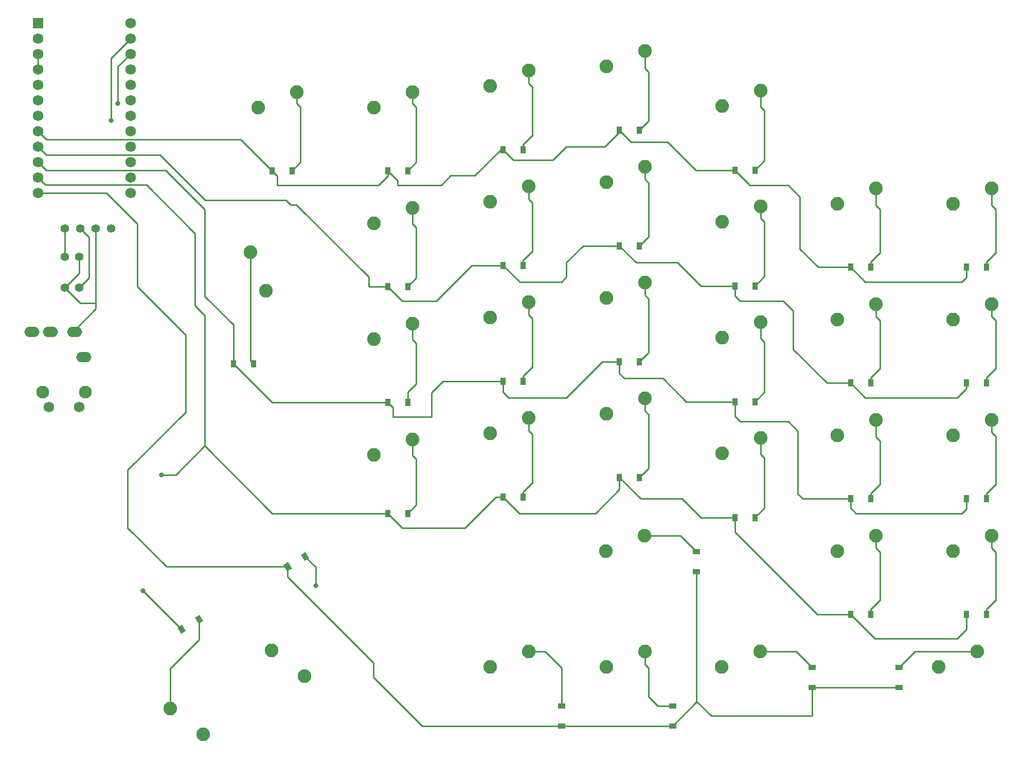
<source format=gbl>
G04 #@! TF.GenerationSoftware,KiCad,Pcbnew,5.1.10*
G04 #@! TF.CreationDate,2021-07-25T23:07:30-04:00*
G04 #@! TF.ProjectId,v04_right,7630345f-7269-4676-9874-2e6b69636164,rev?*
G04 #@! TF.SameCoordinates,Original*
G04 #@! TF.FileFunction,Copper,L2,Bot*
G04 #@! TF.FilePolarity,Positive*
%FSLAX46Y46*%
G04 Gerber Fmt 4.6, Leading zero omitted, Abs format (unit mm)*
G04 Created by KiCad (PCBNEW 5.1.10) date 2021-07-25 23:07:30*
%MOMM*%
%LPD*%
G01*
G04 APERTURE LIST*
G04 #@! TA.AperFunction,ComponentPad*
%ADD10O,2.500000X1.700000*%
G04 #@! TD*
G04 #@! TA.AperFunction,ComponentPad*
%ADD11C,2.100000*%
G04 #@! TD*
G04 #@! TA.AperFunction,ComponentPad*
%ADD12C,1.750000*%
G04 #@! TD*
G04 #@! TA.AperFunction,ComponentPad*
%ADD13C,2.250000*%
G04 #@! TD*
G04 #@! TA.AperFunction,SMDPad,CuDef*
%ADD14C,0.100000*%
G04 #@! TD*
G04 #@! TA.AperFunction,SMDPad,CuDef*
%ADD15R,1.200000X0.900000*%
G04 #@! TD*
G04 #@! TA.AperFunction,SMDPad,CuDef*
%ADD16R,0.900000X1.200000*%
G04 #@! TD*
G04 #@! TA.AperFunction,ComponentPad*
%ADD17C,1.397000*%
G04 #@! TD*
G04 #@! TA.AperFunction,ComponentPad*
%ADD18R,1.752600X1.752600*%
G04 #@! TD*
G04 #@! TA.AperFunction,ComponentPad*
%ADD19C,1.752600*%
G04 #@! TD*
G04 #@! TA.AperFunction,ViaPad*
%ADD20C,0.800000*%
G04 #@! TD*
G04 #@! TA.AperFunction,Conductor*
%ADD21C,0.250000*%
G04 #@! TD*
G04 APERTURE END LIST*
D10*
X-174731250Y-82268750D03*
X-176231250Y-78068750D03*
X-180231250Y-78068750D03*
X-183231250Y-78068750D03*
D11*
X-174418750Y-87997500D03*
D12*
X-175418750Y-90487500D03*
X-180418750Y-90487500D03*
D11*
X-181428750Y-87997500D03*
D13*
X-101490000Y-73197500D03*
X-107840000Y-75737500D03*
X-101435000Y-130651250D03*
X-107785000Y-133191250D03*
X-82385000Y-111601250D03*
X-88735000Y-114141250D03*
X-63335000Y-130651250D03*
X-69685000Y-133191250D03*
X-63303750Y-95578000D03*
X-69653750Y-98118000D03*
X-63303750Y-76528000D03*
X-69653750Y-79068000D03*
X-63303750Y-38428000D03*
X-69653750Y-40968000D03*
X-25241250Y-111601250D03*
X-31591250Y-114141250D03*
X-27622500Y-130651250D03*
X-33972500Y-133191250D03*
G04 #@! TA.AperFunction,SMDPad,CuDef*
D14*
G36*
X-138360769Y-115807115D02*
G01*
X-138960769Y-114767885D01*
X-138181347Y-114317885D01*
X-137581347Y-115357115D01*
X-138360769Y-115807115D01*
G37*
G04 #@! TD.AperFunction*
G04 #@! TA.AperFunction,SMDPad,CuDef*
G36*
X-141218653Y-117457115D02*
G01*
X-141818653Y-116417885D01*
X-141039231Y-115967885D01*
X-140439231Y-117007115D01*
X-141218653Y-117457115D01*
G37*
G04 #@! TD.AperFunction*
D15*
X-96043750Y-139637500D03*
X-96043750Y-142937500D03*
X-77787500Y-139637500D03*
X-77787500Y-142937500D03*
X-73818750Y-114237500D03*
X-73818750Y-117537500D03*
X-54768750Y-133287500D03*
X-54768750Y-136587500D03*
X-40481250Y-133287500D03*
X-40481250Y-136587500D03*
G04 #@! TA.AperFunction,SMDPad,CuDef*
D14*
G36*
X-155823269Y-126125865D02*
G01*
X-156423269Y-125086635D01*
X-155643847Y-124636635D01*
X-155043847Y-125675865D01*
X-155823269Y-126125865D01*
G37*
G04 #@! TD.AperFunction*
G04 #@! TA.AperFunction,SMDPad,CuDef*
G36*
X-158681153Y-127775865D02*
G01*
X-159281153Y-126736635D01*
X-158501731Y-126286635D01*
X-157901731Y-127325865D01*
X-158681153Y-127775865D01*
G37*
G04 #@! TD.AperFunction*
D16*
X-121381250Y-107950000D03*
X-124681250Y-107950000D03*
X-102380000Y-105265000D03*
X-105680000Y-105265000D03*
X-83230000Y-102040000D03*
X-86530000Y-102040000D03*
X-64230000Y-108640000D03*
X-67530000Y-108640000D03*
X-45181250Y-124618750D03*
X-48481250Y-124618750D03*
X-26131250Y-124618750D03*
X-29431250Y-124618750D03*
X-146781250Y-83343750D03*
X-150081250Y-83343750D03*
X-121381250Y-89693750D03*
X-124681250Y-89693750D03*
X-102380000Y-86215000D03*
X-105680000Y-86215000D03*
X-83230000Y-82990000D03*
X-86530000Y-82990000D03*
X-64230000Y-89590000D03*
X-67530000Y-89590000D03*
X-45181250Y-105568750D03*
X-48481250Y-105568750D03*
X-26131250Y-105568750D03*
X-29431250Y-105568750D03*
X-121381250Y-70643750D03*
X-124681250Y-70643750D03*
X-102380000Y-67165000D03*
X-105680000Y-67165000D03*
X-83230000Y-63940000D03*
X-86530000Y-63940000D03*
X-64230000Y-70540000D03*
X-67530000Y-70540000D03*
X-45181250Y-86518750D03*
X-48481250Y-86518750D03*
X-26131250Y-86518750D03*
X-29431250Y-86518750D03*
X-140431250Y-51593750D03*
X-143731250Y-51593750D03*
X-121381250Y-51593750D03*
X-124681250Y-51593750D03*
X-102380000Y-48115000D03*
X-105680000Y-48115000D03*
X-83230000Y-44890000D03*
X-86530000Y-44890000D03*
X-64230000Y-51490000D03*
X-67530000Y-51490000D03*
X-45181250Y-67468750D03*
X-48481250Y-67468750D03*
X-26131250Y-67468750D03*
X-29431250Y-67468750D03*
D13*
X-147260000Y-64991000D03*
X-144720000Y-71341000D03*
X-120590000Y-57676000D03*
X-126940000Y-60216000D03*
X-63303750Y-57478000D03*
X-69653750Y-60018000D03*
X-120590000Y-38626000D03*
X-126940000Y-41166000D03*
D17*
X-177800000Y-70802500D03*
X-177800000Y-65722500D03*
X-175418750Y-65722500D03*
X-175418750Y-70802500D03*
X-170180000Y-61118750D03*
X-172720000Y-61118750D03*
X-175260000Y-61118750D03*
X-177800000Y-61118750D03*
D18*
X-182245000Y-27305000D03*
D19*
X-182245000Y-29845000D03*
X-182245000Y-32385000D03*
X-182245000Y-34925000D03*
X-182245000Y-37465000D03*
X-182245000Y-40005000D03*
X-182245000Y-42545000D03*
X-182245000Y-45085000D03*
X-182245000Y-47625000D03*
X-182245000Y-50165000D03*
X-182245000Y-52705000D03*
X-167005000Y-55245000D03*
X-167005000Y-52705000D03*
X-167005000Y-50165000D03*
X-167005000Y-47625000D03*
X-167005000Y-45085000D03*
X-167005000Y-42545000D03*
X-167005000Y-40005000D03*
X-167005000Y-37465000D03*
X-167005000Y-34925000D03*
X-167005000Y-32385000D03*
X-167005000Y-29845000D03*
X-182245000Y-55245000D03*
X-167005000Y-27305000D03*
D13*
X-143781909Y-130515295D03*
X-138407205Y-134744557D03*
X-82321500Y-130663250D03*
X-88671500Y-133203250D03*
X-160450659Y-140040295D03*
X-155075955Y-144269557D03*
X-120590000Y-95776000D03*
X-126940000Y-98316000D03*
X-101490000Y-92247500D03*
X-107840000Y-94787500D03*
X-82340000Y-88990750D03*
X-88690000Y-91530750D03*
X-44291250Y-111601250D03*
X-50641250Y-114141250D03*
X-120590000Y-76726000D03*
X-126940000Y-79266000D03*
X-82340000Y-69940750D03*
X-88690000Y-72480750D03*
X-44291250Y-92551250D03*
X-50641250Y-95091250D03*
X-25241250Y-92551250D03*
X-31591250Y-95091250D03*
X-101490000Y-54147500D03*
X-107840000Y-56687500D03*
X-82340000Y-50890750D03*
X-88690000Y-53430750D03*
X-44291250Y-73501250D03*
X-50641250Y-76041250D03*
X-25241250Y-73501250D03*
X-31591250Y-76041250D03*
X-139640000Y-38638500D03*
X-145990000Y-41178500D03*
X-101490000Y-35097500D03*
X-107840000Y-37637500D03*
X-82340000Y-31840750D03*
X-88690000Y-34380750D03*
X-44291250Y-54451250D03*
X-50641250Y-56991250D03*
X-25241250Y-54451250D03*
X-31591250Y-56991250D03*
D20*
X-164972692Y-120650000D03*
X-161925000Y-101600000D03*
X-136525000Y-119856250D03*
X-170180000Y-43338750D03*
X-169068750Y-40481250D03*
D21*
X-25241250Y-54451250D02*
X-25241250Y-57308750D01*
X-25241250Y-57308750D02*
X-24606250Y-57943750D01*
X-26131250Y-66612500D02*
X-24606250Y-65087500D01*
X-26131250Y-67468750D02*
X-26131250Y-66612500D01*
X-24606250Y-65087500D02*
X-24606250Y-65150000D01*
X-24606250Y-57943750D02*
X-24606250Y-65087500D01*
X-46100000Y-69850000D02*
X-48481250Y-67468750D01*
X-30162500Y-69850000D02*
X-46100000Y-69850000D01*
X-29431250Y-69118750D02*
X-30162500Y-69850000D01*
X-29431250Y-67468750D02*
X-29431250Y-69118750D01*
X-65045000Y-53975000D02*
X-67530000Y-51490000D01*
X-48481250Y-67468750D02*
X-51593750Y-67468750D01*
X-67530000Y-51490000D02*
X-73922500Y-51490000D01*
X-73922500Y-51490000D02*
X-78581250Y-46831250D01*
X-84588750Y-46831250D02*
X-86530000Y-44890000D01*
X-78581250Y-46831250D02*
X-84588750Y-46831250D01*
X-86530000Y-44890000D02*
X-86530000Y-45255000D01*
X-86530000Y-45255000D02*
X-88900000Y-47625000D01*
X-103981250Y-49813750D02*
X-105680000Y-48115000D01*
X-123031250Y-53975000D02*
X-123031250Y-53243750D01*
X-123031250Y-53243750D02*
X-124681250Y-51593750D01*
X-115887500Y-53975000D02*
X-123031250Y-53975000D01*
X-114300000Y-52387500D02*
X-115887500Y-53975000D01*
X-110331250Y-52387500D02*
X-114300000Y-52387500D01*
X-106058750Y-48115000D02*
X-110331250Y-52387500D01*
X-105680000Y-48115000D02*
X-106058750Y-48115000D01*
X-124681250Y-51593750D02*
X-124681250Y-52450000D01*
X-124681250Y-52450000D02*
X-126206250Y-53975000D01*
X-126206250Y-53975000D02*
X-142875000Y-53975000D01*
X-142875000Y-52450000D02*
X-143731250Y-51593750D01*
X-142875000Y-53975000D02*
X-142875000Y-52450000D01*
X-53817660Y-67468750D02*
X-56806260Y-64480150D01*
X-51593750Y-67468750D02*
X-53817660Y-67468750D01*
X-56806260Y-64480150D02*
X-56806260Y-55906240D01*
X-56806260Y-55906240D02*
X-58737500Y-53975000D01*
X-58737500Y-53975000D02*
X-65087500Y-53975000D01*
X-88900000Y-47625000D02*
X-95250000Y-47625000D01*
X-97438750Y-49813750D02*
X-103981250Y-49813750D01*
X-95250000Y-47625000D02*
X-97438750Y-49813750D01*
X-180906301Y-46423699D02*
X-182245000Y-45085000D01*
X-148901301Y-46423699D02*
X-180906301Y-46423699D01*
X-143731250Y-51593750D02*
X-148901301Y-46423699D01*
X-44291250Y-54451250D02*
X-44291250Y-57308750D01*
X-44291250Y-57308750D02*
X-43656250Y-57943750D01*
X-45181250Y-66612500D02*
X-43656250Y-65087500D01*
X-45181250Y-67468750D02*
X-45181250Y-66612500D01*
X-43656250Y-65087500D02*
X-43656250Y-65150000D01*
X-43656250Y-57943750D02*
X-43656250Y-65087500D01*
X-62668750Y-49928750D02*
X-64230000Y-51490000D01*
X-62668750Y-41730000D02*
X-62668750Y-49928750D01*
X-63303750Y-41095000D02*
X-62668750Y-41730000D01*
X-63303750Y-38428000D02*
X-63303750Y-41095000D01*
X-81705000Y-43365000D02*
X-83230000Y-44890000D01*
X-82340000Y-34730000D02*
X-81705000Y-35365000D01*
X-81705000Y-35365000D02*
X-81705000Y-43365000D01*
X-82340000Y-31840750D02*
X-82340000Y-34730000D01*
X-101490000Y-35097500D02*
X-101490000Y-37161250D01*
X-101490000Y-37161250D02*
X-100855000Y-37796250D01*
X-102380000Y-47258750D02*
X-100855000Y-45733750D01*
X-102380000Y-48115000D02*
X-102380000Y-47258750D01*
X-100855000Y-45733750D02*
X-100855000Y-45796250D01*
X-100855000Y-37796250D02*
X-100855000Y-45733750D01*
X-119955000Y-50167500D02*
X-121381250Y-51593750D01*
X-119955000Y-41102500D02*
X-119955000Y-50167500D01*
X-120590000Y-40467500D02*
X-119955000Y-41102500D01*
X-120590000Y-38626000D02*
X-120590000Y-40467500D01*
X-139005000Y-41115000D02*
X-139005000Y-50167500D01*
X-139005000Y-50167500D02*
X-140431250Y-51593750D01*
X-139640000Y-40480000D02*
X-139005000Y-41115000D01*
X-139640000Y-38638500D02*
X-139640000Y-40480000D01*
X-25241250Y-73501250D02*
X-25241250Y-75565000D01*
X-25241250Y-75565000D02*
X-24606250Y-76200000D01*
X-26131250Y-85662500D02*
X-24606250Y-84137500D01*
X-26131250Y-86518750D02*
X-26131250Y-85662500D01*
X-24606250Y-84137500D02*
X-24606250Y-84200000D01*
X-24606250Y-76200000D02*
X-24606250Y-84137500D01*
X-29431250Y-86518750D02*
X-29431250Y-87375000D01*
X-29431250Y-87375000D02*
X-30956250Y-88900000D01*
X-46100000Y-88900000D02*
X-48481250Y-86518750D01*
X-30956250Y-88900000D02*
X-46100000Y-88900000D01*
X-67530000Y-70540000D02*
X-73128750Y-70540000D01*
X-73128750Y-70540000D02*
X-76993750Y-66675000D01*
X-83795000Y-66675000D02*
X-86530000Y-63940000D01*
X-76993750Y-66675000D02*
X-83795000Y-66675000D01*
X-105680000Y-67165000D02*
X-110821250Y-67165000D01*
X-110821250Y-67165000D02*
X-116681250Y-73025000D01*
X-122300000Y-73025000D02*
X-124681250Y-70643750D01*
X-116681250Y-73025000D02*
X-122300000Y-73025000D01*
X-67530000Y-72170000D02*
X-67530000Y-70540000D01*
X-66675000Y-73025000D02*
X-67530000Y-72170000D01*
X-59531250Y-73025000D02*
X-66675000Y-73025000D01*
X-57943750Y-80962500D02*
X-57943750Y-74612500D01*
X-52387500Y-86518750D02*
X-57943750Y-80962500D01*
X-57943750Y-74612500D02*
X-59531250Y-73025000D01*
X-48481250Y-86518750D02*
X-52387500Y-86518750D01*
X-86530000Y-63940000D02*
X-92515000Y-63940000D01*
X-92515000Y-63940000D02*
X-95250000Y-66675000D01*
X-95250000Y-66675000D02*
X-95250000Y-69056250D01*
X-95250000Y-69056250D02*
X-96043750Y-69850000D01*
X-96043750Y-69850000D02*
X-102995000Y-69850000D01*
X-102995000Y-69850000D02*
X-103091250Y-69753750D01*
X-103091250Y-69753750D02*
X-105680000Y-67165000D01*
X-162173801Y-48963699D02*
X-180906301Y-48963699D01*
X-154691199Y-56446301D02*
X-162173801Y-48963699D01*
X-180906301Y-48963699D02*
X-182245000Y-47625000D01*
X-140673852Y-57150000D02*
X-141377551Y-56446301D01*
X-139700000Y-57150000D02*
X-140673852Y-57150000D01*
X-127793750Y-69056250D02*
X-139700000Y-57150000D01*
X-127793750Y-70643750D02*
X-127793750Y-69056250D01*
X-141377551Y-56446301D02*
X-154691199Y-56446301D01*
X-124681250Y-70643750D02*
X-127793750Y-70643750D01*
X-44291250Y-73501250D02*
X-44291250Y-75565000D01*
X-44291250Y-75565000D02*
X-43656250Y-76200000D01*
X-45181250Y-85662500D02*
X-43656250Y-84137500D01*
X-45181250Y-86518750D02*
X-45181250Y-85662500D01*
X-43656250Y-84137500D02*
X-43656250Y-84200000D01*
X-43656250Y-76200000D02*
X-43656250Y-84137500D01*
X-62668750Y-59986250D02*
X-62668750Y-68978750D01*
X-63303750Y-59351250D02*
X-62668750Y-59986250D01*
X-62668750Y-68978750D02*
X-64230000Y-70540000D01*
X-63303750Y-57478000D02*
X-63303750Y-59351250D01*
X-81705000Y-62415000D02*
X-83230000Y-63940000D01*
X-81705000Y-53621250D02*
X-81705000Y-62415000D01*
X-82340000Y-52986250D02*
X-81705000Y-53621250D01*
X-82340000Y-50890750D02*
X-82340000Y-52986250D01*
X-101490000Y-54147500D02*
X-101490000Y-56211250D01*
X-101490000Y-56211250D02*
X-100855000Y-56846250D01*
X-102380000Y-67165000D02*
X-102380000Y-66308750D01*
X-102380000Y-66308750D02*
X-100855000Y-64783750D01*
X-100855000Y-64783750D02*
X-100855000Y-64846250D01*
X-100855000Y-56846250D02*
X-100855000Y-64783750D01*
X-120590000Y-57676000D02*
X-120590000Y-60311250D01*
X-120590000Y-60311250D02*
X-119955000Y-60946250D01*
X-119955000Y-69217500D02*
X-121381250Y-70643750D01*
X-119955000Y-67567500D02*
X-119955000Y-69217500D01*
X-119955000Y-60946250D02*
X-119955000Y-67567500D01*
X-119955000Y-67567500D02*
X-119955000Y-68152500D01*
X-25241250Y-92551250D02*
X-25241250Y-94615000D01*
X-25241250Y-94615000D02*
X-24606250Y-95250000D01*
X-26131250Y-104712500D02*
X-24606250Y-103187500D01*
X-26131250Y-105568750D02*
X-26131250Y-104712500D01*
X-24606250Y-103187500D02*
X-24606250Y-103250000D01*
X-24606250Y-95250000D02*
X-24606250Y-103187500D01*
X-182403750Y-50006250D02*
X-182245000Y-50165000D01*
X-48481250Y-107093750D02*
X-48481250Y-105568750D01*
X-47625000Y-107950000D02*
X-48481250Y-107093750D01*
X-30162500Y-107950000D02*
X-47625000Y-107950000D01*
X-29431250Y-107218750D02*
X-30162500Y-107950000D01*
X-29431250Y-105568750D02*
X-29431250Y-107218750D01*
X-48481250Y-105568750D02*
X-56356250Y-105568750D01*
X-56356250Y-105568750D02*
X-57150000Y-104775000D01*
X-67530000Y-92013750D02*
X-67530000Y-89590000D01*
X-66675000Y-92868750D02*
X-67530000Y-92013750D01*
X-105680000Y-86215000D02*
X-115583750Y-86215000D01*
X-115583750Y-86215000D02*
X-117475000Y-88106250D01*
X-117475000Y-88106250D02*
X-117475000Y-92075000D01*
X-117475000Y-92075000D02*
X-123825000Y-92075000D01*
X-123825000Y-90550000D02*
X-124681250Y-89693750D01*
X-123825000Y-92075000D02*
X-123825000Y-90550000D01*
X-143731250Y-89693750D02*
X-150081250Y-83343750D01*
X-124681250Y-89693750D02*
X-143731250Y-89693750D01*
X-150081250Y-83343750D02*
X-150081250Y-76931250D01*
X-150081250Y-76931250D02*
X-154781250Y-72231250D01*
X-57150000Y-104775000D02*
X-57150000Y-94456250D01*
X-57150000Y-94456250D02*
X-58737500Y-92868750D01*
X-58737500Y-92868750D02*
X-66675000Y-92868750D01*
X-86530000Y-84920000D02*
X-86530000Y-82990000D01*
X-85725000Y-85725000D02*
X-86530000Y-84920000D01*
X-79375000Y-85725000D02*
X-85725000Y-85725000D01*
X-75510000Y-89590000D02*
X-79375000Y-85725000D01*
X-67530000Y-89590000D02*
X-75510000Y-89590000D01*
X-105680000Y-87995000D02*
X-105680000Y-86215000D01*
X-104775000Y-88900000D02*
X-105680000Y-87995000D01*
X-95250000Y-88900000D02*
X-104775000Y-88900000D01*
X-89340000Y-82990000D02*
X-95250000Y-88900000D01*
X-86530000Y-82990000D02*
X-89340000Y-82990000D01*
X-154781250Y-72231250D02*
X-154781250Y-57943750D01*
X-180906301Y-51503699D02*
X-182245000Y-50165000D01*
X-161221301Y-51503699D02*
X-180906301Y-51503699D01*
X-154781250Y-57943750D02*
X-161221301Y-51503699D01*
X-44291250Y-92551250D02*
X-44291250Y-95408750D01*
X-44291250Y-95408750D02*
X-43656250Y-96043750D01*
X-45181250Y-104712500D02*
X-43656250Y-103187500D01*
X-45181250Y-105568750D02*
X-45181250Y-104712500D01*
X-43656250Y-103187500D02*
X-43656250Y-103250000D01*
X-43656250Y-96043750D02*
X-43656250Y-103187500D01*
X-62668750Y-88028750D02*
X-64230000Y-89590000D01*
X-62668750Y-79830000D02*
X-62668750Y-88028750D01*
X-63303750Y-79195000D02*
X-62668750Y-79830000D01*
X-63303750Y-76528000D02*
X-63303750Y-79195000D01*
X-81705000Y-81465000D02*
X-83230000Y-82990000D01*
X-81705000Y-72671250D02*
X-81705000Y-81465000D01*
X-82340000Y-72036250D02*
X-81705000Y-72671250D01*
X-82340000Y-69940750D02*
X-82340000Y-72036250D01*
X-101490000Y-73197500D02*
X-101490000Y-75261250D01*
X-101490000Y-75261250D02*
X-100855000Y-75896250D01*
X-102380000Y-85358750D02*
X-100855000Y-83833750D01*
X-102380000Y-86215000D02*
X-102380000Y-85358750D01*
X-100855000Y-83833750D02*
X-100855000Y-83896250D01*
X-100855000Y-75896250D02*
X-100855000Y-83833750D01*
X-120590000Y-76726000D02*
X-120590000Y-79361250D01*
X-120590000Y-79361250D02*
X-119955000Y-79996250D01*
X-121381250Y-88043750D02*
X-119955000Y-86617500D01*
X-121381250Y-89693750D02*
X-121381250Y-88043750D01*
X-119955000Y-79996250D02*
X-119955000Y-86617500D01*
X-147260000Y-82865000D02*
X-146781250Y-83343750D01*
X-147260000Y-64991000D02*
X-147260000Y-82865000D01*
X-25241250Y-111601250D02*
X-25241250Y-113665000D01*
X-25241250Y-113665000D02*
X-24606250Y-114300000D01*
X-26131250Y-124618750D02*
X-26131250Y-123762500D01*
X-24606250Y-122237500D02*
X-24606250Y-122300000D01*
X-26131250Y-123762500D02*
X-24606250Y-122237500D01*
X-24606250Y-114300000D02*
X-24606250Y-122237500D01*
X-182721250Y-53181250D02*
X-182245000Y-52705000D01*
X-44512500Y-128587500D02*
X-48481250Y-124618750D01*
X-30956250Y-128587500D02*
X-44512500Y-128587500D01*
X-29431250Y-127062500D02*
X-30956250Y-128587500D01*
X-29431250Y-124618750D02*
X-29431250Y-127062500D01*
X-48481250Y-124618750D02*
X-53975000Y-124618750D01*
X-53975000Y-124618750D02*
X-67530000Y-111063750D01*
X-102995000Y-107950000D02*
X-105680000Y-105265000D01*
X-105680000Y-105265000D02*
X-106852500Y-105265000D01*
X-106852500Y-105265000D02*
X-111918750Y-110331250D01*
X-122300000Y-110331250D02*
X-124681250Y-107950000D01*
X-111918750Y-110331250D02*
X-122300000Y-110331250D01*
X-124681250Y-107950000D02*
X-124681250Y-108012500D01*
X-181043699Y-53906301D02*
X-182245000Y-52705000D01*
X-164374949Y-53906301D02*
X-181043699Y-53906301D01*
X-156368750Y-73818750D02*
X-156368750Y-61912500D01*
X-154781250Y-75406250D02*
X-156368750Y-73818750D01*
X-154781250Y-92075000D02*
X-154781250Y-75406250D01*
X-156368750Y-61912500D02*
X-164374949Y-53906301D01*
X-67530000Y-111063750D02*
X-67530000Y-108640000D01*
X-67530000Y-108640000D02*
X-73128750Y-108640000D01*
X-73128750Y-108640000D02*
X-76200000Y-105568750D01*
X-83001250Y-105568750D02*
X-86530000Y-102040000D01*
X-76200000Y-105568750D02*
X-83001250Y-105568750D01*
X-86530000Y-102040000D02*
X-86530000Y-103992500D01*
X-90487500Y-107950000D02*
X-102995000Y-107950000D01*
X-86530000Y-103992500D02*
X-90487500Y-107950000D01*
X-124681250Y-107950000D02*
X-143668750Y-107950000D01*
X-143668750Y-107950000D02*
X-154781250Y-96837500D01*
X-154781250Y-96837500D02*
X-154781250Y-92075000D01*
X-158591442Y-127031250D02*
X-164972692Y-120650000D01*
X-164972692Y-120650000D02*
X-164972692Y-120650000D01*
X-161925000Y-101600000D02*
X-159543750Y-101600000D01*
X-159543750Y-101600000D02*
X-154781250Y-96837500D01*
X-44291250Y-111601250D02*
X-44291250Y-113665000D01*
X-44291250Y-113665000D02*
X-43656250Y-114300000D01*
X-45181250Y-123762500D02*
X-43656250Y-122237500D01*
X-45181250Y-124618750D02*
X-45181250Y-123762500D01*
X-43656250Y-122237500D02*
X-43656250Y-122300000D01*
X-43656250Y-114300000D02*
X-43656250Y-122237500D01*
X-62668750Y-98880000D02*
X-62668750Y-107078750D01*
X-63303750Y-98245000D02*
X-62668750Y-98880000D01*
X-62668750Y-107078750D02*
X-64230000Y-108640000D01*
X-63303750Y-95578000D02*
X-63303750Y-98245000D01*
X-81705000Y-100515000D02*
X-83230000Y-102040000D01*
X-81705000Y-91721250D02*
X-81705000Y-100515000D01*
X-82340000Y-91086250D02*
X-81705000Y-91721250D01*
X-82340000Y-88990750D02*
X-82340000Y-91086250D01*
X-101490000Y-92247500D02*
X-101490000Y-94311250D01*
X-101490000Y-94311250D02*
X-100855000Y-94946250D01*
X-102380000Y-105265000D02*
X-102380000Y-104408750D01*
X-100855000Y-102883750D02*
X-100855000Y-102946250D01*
X-102380000Y-104408750D02*
X-100855000Y-102883750D01*
X-100855000Y-94946250D02*
X-100855000Y-102883750D01*
X-120590000Y-95776000D02*
X-120590000Y-98411250D01*
X-120590000Y-98411250D02*
X-119955000Y-99046250D01*
X-119955000Y-106523750D02*
X-121381250Y-107950000D01*
X-119955000Y-105667500D02*
X-119955000Y-106523750D01*
X-119955000Y-99046250D02*
X-119955000Y-105667500D01*
X-119955000Y-105667500D02*
X-119955000Y-106252500D01*
X-160450659Y-140040295D02*
X-160450659Y-133463159D01*
X-155733558Y-128746058D02*
X-155733558Y-125381250D01*
X-160450659Y-133463159D02*
X-155733558Y-128746058D01*
X-37845000Y-130651250D02*
X-40481250Y-133287500D01*
X-27622500Y-130651250D02*
X-37845000Y-130651250D01*
X-40481250Y-136587500D02*
X-54768750Y-136587500D01*
X-54768750Y-136587500D02*
X-54768750Y-141287500D01*
X-54768750Y-141287500D02*
X-71437500Y-141287500D01*
X-71437500Y-141287500D02*
X-73818750Y-138906250D01*
X-73818750Y-138906250D02*
X-73818750Y-117537500D01*
X-77787500Y-142937500D02*
X-96043750Y-142937500D01*
X-167481250Y-110475000D02*
X-167481250Y-100806250D01*
X-167481250Y-100806250D02*
X-157956250Y-91281250D01*
X-157956250Y-91281250D02*
X-157956250Y-78581250D01*
X-157956250Y-78581250D02*
X-165893750Y-70643750D01*
X-165893750Y-70643750D02*
X-165893750Y-60325000D01*
X-170973750Y-55245000D02*
X-182245000Y-55245000D01*
X-165893750Y-60325000D02*
X-170973750Y-55245000D01*
X-73818750Y-138968750D02*
X-77787500Y-142937500D01*
X-73818750Y-138906250D02*
X-73818750Y-138968750D01*
X-118331250Y-142937500D02*
X-119000000Y-142937500D01*
X-96043750Y-142937500D02*
X-118331250Y-142937500D01*
X-118331250Y-142937500D02*
X-118610192Y-142937500D01*
X-119000000Y-142937500D02*
X-127000000Y-134937500D01*
X-127000000Y-134937500D02*
X-127000000Y-132556250D01*
X-141128942Y-118427308D02*
X-141128942Y-116712500D01*
X-127000000Y-132556250D02*
X-141128942Y-118427308D01*
X-141128942Y-116712500D02*
X-161100000Y-116712500D01*
X-161100000Y-116712500D02*
X-167481250Y-110331250D01*
X-57405000Y-130651250D02*
X-54768750Y-133287500D01*
X-63335000Y-130651250D02*
X-57405000Y-130651250D01*
X-76455000Y-111601250D02*
X-73818750Y-114237500D01*
X-82385000Y-111601250D02*
X-76455000Y-111601250D01*
X-82321500Y-130663250D02*
X-82321500Y-132778500D01*
X-82321500Y-132778500D02*
X-81750000Y-133350000D01*
X-81750000Y-133350000D02*
X-81750000Y-138118750D01*
X-80231250Y-139637500D02*
X-77787500Y-139637500D01*
X-81750000Y-138118750D02*
X-80231250Y-139637500D01*
X-101435000Y-130651250D02*
X-98742500Y-130651250D01*
X-96043750Y-133350000D02*
X-96043750Y-139637500D01*
X-98742500Y-130651250D02*
X-96043750Y-133350000D01*
X-136525000Y-116808558D02*
X-138271058Y-115062500D01*
X-136525000Y-119856250D02*
X-136525000Y-116808558D01*
X-166550102Y-47625000D02*
X-167005000Y-47625000D01*
X-166687500Y-55562500D02*
X-167005000Y-55245000D01*
X-175418750Y-68421250D02*
X-177800000Y-70802500D01*
X-175418750Y-65722500D02*
X-175418750Y-68421250D01*
X-175418750Y-65722500D02*
X-175418750Y-66710328D01*
X-176231250Y-78068750D02*
X-176231250Y-77806250D01*
X-176231250Y-77806250D02*
X-172720000Y-74295000D01*
X-175260000Y-73342500D02*
X-172720000Y-73342500D01*
X-177800000Y-70802500D02*
X-175260000Y-73342500D01*
X-172720000Y-73342500D02*
X-172720000Y-61118750D01*
X-172720000Y-74295000D02*
X-172720000Y-73342500D01*
X-177800000Y-65722500D02*
X-177800000Y-61118750D01*
X-175418750Y-70802500D02*
X-173831250Y-69215000D01*
X-173831250Y-62547500D02*
X-175260000Y-61118750D01*
X-173831250Y-69215000D02*
X-173831250Y-62547500D01*
X-182245000Y-32385000D02*
X-182245000Y-34925000D01*
X-170180000Y-33020000D02*
X-167005000Y-29845000D01*
X-170180000Y-43338750D02*
X-170180000Y-33020000D01*
X-169068750Y-34448750D02*
X-167005000Y-32385000D01*
X-169068750Y-40481250D02*
X-169068750Y-34448750D01*
M02*

</source>
